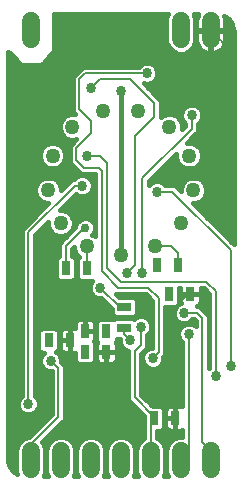
<source format=gbl>
G75*
%MOIN*%
%OFA0B0*%
%FSLAX25Y25*%
%IPPOS*%
%LPD*%
%AMOC8*
5,1,8,0,0,1.08239X$1,22.5*
%
%ADD10C,0.04961*%
%ADD11C,0.06000*%
%ADD12R,0.03150X0.04724*%
%ADD13R,0.04724X0.03150*%
%ADD14C,0.03369*%
%ADD15C,0.01600*%
%ADD16C,0.01200*%
%ADD17C,0.00800*%
%ADD18C,0.01000*%
%ADD19C,0.02975*%
D10*
X0029845Y0080360D03*
X0021114Y0088095D03*
X0016978Y0099001D03*
X0018384Y0110580D03*
X0025010Y0120180D03*
X0035338Y0125600D03*
X0047002Y0125600D03*
X0057330Y0120180D03*
X0063956Y0110580D03*
X0065362Y0099001D03*
X0061226Y0088095D03*
X0052495Y0080360D03*
X0041170Y0077569D03*
D11*
X0041170Y0012100D02*
X0041170Y0006100D01*
X0031170Y0006100D02*
X0031170Y0012100D01*
X0021170Y0012100D02*
X0021170Y0006100D01*
X0011170Y0006100D02*
X0011170Y0012100D01*
X0051170Y0012100D02*
X0051170Y0006100D01*
X0061170Y0006100D02*
X0061170Y0012100D01*
X0071170Y0012100D02*
X0071170Y0006100D01*
X0071170Y0149407D02*
X0071170Y0155407D01*
X0061170Y0155407D02*
X0061170Y0149407D01*
X0011170Y0149407D02*
X0011170Y0155407D01*
D12*
X0022757Y0073013D03*
X0029843Y0073013D03*
X0029257Y0052013D03*
X0029257Y0045213D03*
X0024143Y0049013D03*
X0017057Y0049013D03*
X0036343Y0052013D03*
X0036343Y0045213D03*
X0052257Y0023013D03*
X0059343Y0023013D03*
X0057257Y0064413D03*
X0060343Y0074013D03*
X0064343Y0064413D03*
X0053257Y0074013D03*
D13*
X0042300Y0060057D03*
X0042300Y0052970D03*
D14*
X0044300Y0049013D03*
X0047800Y0053513D03*
X0051800Y0043013D03*
X0052300Y0034013D03*
X0063800Y0051013D03*
X0062300Y0058213D03*
X0072800Y0037013D03*
X0077800Y0040513D03*
X0048300Y0071513D03*
X0043300Y0071513D03*
X0034300Y0066513D03*
X0030400Y0036613D03*
X0017800Y0042113D03*
X0016800Y0055013D03*
X0010300Y0027813D03*
X0028300Y0100513D03*
X0029800Y0110513D03*
X0031300Y0133013D03*
X0041300Y0132013D03*
X0049800Y0138013D03*
X0064800Y0124013D03*
X0053800Y0103513D03*
X0053300Y0098513D03*
D15*
X0004221Y0006926D02*
X0005269Y0005483D01*
X0006644Y0004484D01*
X0006370Y0005145D01*
X0006370Y0013055D01*
X0007101Y0014819D01*
X0008451Y0016169D01*
X0010215Y0016900D01*
X0010575Y0016900D01*
X0018100Y0024425D01*
X0018100Y0025559D01*
X0018057Y0025602D01*
X0018057Y0038629D01*
X0017107Y0038629D01*
X0015826Y0039160D01*
X0014846Y0040140D01*
X0014316Y0041420D01*
X0014316Y0042806D01*
X0014846Y0044087D01*
X0015610Y0044851D01*
X0014736Y0044851D01*
X0013682Y0045906D01*
X0013682Y0052121D01*
X0014736Y0053176D01*
X0019377Y0053176D01*
X0020431Y0052121D01*
X0020431Y0045906D01*
X0019646Y0045120D01*
X0019774Y0045067D01*
X0020754Y0044087D01*
X0021284Y0042806D01*
X0021284Y0041740D01*
X0022457Y0040568D01*
X0022457Y0027425D01*
X0022500Y0027381D01*
X0022500Y0022602D01*
X0021211Y0021313D01*
X0014978Y0015080D01*
X0015239Y0014819D01*
X0015970Y0013055D01*
X0015970Y0005145D01*
X0015418Y0003813D01*
X0016922Y0003813D01*
X0016370Y0005145D01*
X0016370Y0013055D01*
X0017101Y0014819D01*
X0018451Y0016169D01*
X0020215Y0016900D01*
X0022125Y0016900D01*
X0023889Y0016169D01*
X0025239Y0014819D01*
X0025970Y0013055D01*
X0025970Y0005145D01*
X0025418Y0003813D01*
X0026922Y0003813D01*
X0026370Y0005145D01*
X0026370Y0013055D01*
X0027101Y0014819D01*
X0028451Y0016169D01*
X0030215Y0016900D01*
X0032125Y0016900D01*
X0033889Y0016169D01*
X0035239Y0014819D01*
X0035970Y0013055D01*
X0035970Y0005145D01*
X0035418Y0003813D01*
X0036922Y0003813D01*
X0036370Y0005145D01*
X0036370Y0013055D01*
X0037101Y0014819D01*
X0038451Y0016169D01*
X0040215Y0016900D01*
X0042125Y0016900D01*
X0043889Y0016169D01*
X0045239Y0014819D01*
X0045970Y0013055D01*
X0045970Y0005145D01*
X0045418Y0003813D01*
X0046922Y0003813D01*
X0046370Y0005145D01*
X0046370Y0013055D01*
X0047101Y0014819D01*
X0048451Y0016169D01*
X0048970Y0016384D01*
X0048970Y0019817D01*
X0048882Y0019906D01*
X0048882Y0023820D01*
X0043600Y0029102D01*
X0043600Y0045532D01*
X0042326Y0046060D01*
X0041346Y0047040D01*
X0040816Y0048320D01*
X0040816Y0049386D01*
X0040607Y0049595D01*
X0039718Y0049595D01*
X0039718Y0048906D01*
X0039408Y0048595D01*
X0039595Y0048270D01*
X0039718Y0047813D01*
X0039718Y0045213D01*
X0036343Y0045213D01*
X0036343Y0045213D01*
X0036343Y0041051D01*
X0034532Y0041051D01*
X0034074Y0041174D01*
X0033663Y0041411D01*
X0033328Y0041746D01*
X0033091Y0042156D01*
X0032969Y0042614D01*
X0032969Y0045213D01*
X0036343Y0045213D01*
X0036343Y0045213D01*
X0036343Y0041051D01*
X0038155Y0041051D01*
X0038613Y0041174D01*
X0039023Y0041411D01*
X0039358Y0041746D01*
X0039595Y0042156D01*
X0039718Y0042614D01*
X0039718Y0045213D01*
X0036343Y0045213D01*
X0032968Y0045213D01*
X0032969Y0047813D01*
X0033091Y0048270D01*
X0033279Y0048595D01*
X0032969Y0048906D01*
X0032969Y0055121D01*
X0034023Y0056176D01*
X0038664Y0056176D01*
X0038843Y0055996D01*
X0039192Y0056345D01*
X0045408Y0056345D01*
X0045556Y0056197D01*
X0045826Y0056467D01*
X0047107Y0056998D01*
X0048493Y0056998D01*
X0049774Y0056467D01*
X0050754Y0055487D01*
X0051284Y0054206D01*
X0051284Y0052820D01*
X0050754Y0051540D01*
X0050000Y0050786D01*
X0050000Y0046602D01*
X0048000Y0044602D01*
X0048000Y0030925D01*
X0051749Y0027176D01*
X0054577Y0027176D01*
X0055631Y0026121D01*
X0055631Y0019906D01*
X0054577Y0018851D01*
X0053370Y0018851D01*
X0053370Y0016384D01*
X0053889Y0016169D01*
X0055239Y0014819D01*
X0055970Y0013055D01*
X0055970Y0005145D01*
X0055418Y0003813D01*
X0056922Y0003813D01*
X0056370Y0005145D01*
X0056370Y0013055D01*
X0057101Y0014819D01*
X0058451Y0016169D01*
X0060215Y0016900D01*
X0061600Y0016900D01*
X0061600Y0018970D01*
X0061155Y0018851D01*
X0059343Y0018851D01*
X0059343Y0023013D01*
X0059343Y0023013D01*
X0055969Y0023013D01*
X0055969Y0020414D01*
X0056091Y0019956D01*
X0056328Y0019546D01*
X0056663Y0019211D01*
X0057074Y0018974D01*
X0057532Y0018851D01*
X0059343Y0018851D01*
X0059343Y0023013D01*
X0059343Y0023013D01*
X0055968Y0023013D01*
X0055969Y0025613D01*
X0056091Y0026070D01*
X0056328Y0026481D01*
X0056663Y0026816D01*
X0057074Y0027053D01*
X0057532Y0027176D01*
X0059343Y0027176D01*
X0059343Y0023014D01*
X0059343Y0023014D01*
X0059343Y0027176D01*
X0061155Y0027176D01*
X0061600Y0027056D01*
X0061600Y0048286D01*
X0060846Y0049040D01*
X0060316Y0050320D01*
X0060316Y0051706D01*
X0060846Y0052987D01*
X0061826Y0053967D01*
X0063107Y0054498D01*
X0064493Y0054498D01*
X0065774Y0053967D01*
X0066100Y0053641D01*
X0066100Y0055402D01*
X0065489Y0056013D01*
X0065027Y0056013D01*
X0064274Y0055260D01*
X0062993Y0054729D01*
X0061607Y0054729D01*
X0060326Y0055260D01*
X0059346Y0056240D01*
X0058816Y0057520D01*
X0058816Y0058906D01*
X0059346Y0060187D01*
X0059410Y0060251D01*
X0056000Y0060251D01*
X0056000Y0044102D01*
X0055284Y0043386D01*
X0055284Y0042320D01*
X0054754Y0041040D01*
X0053774Y0040060D01*
X0052493Y0039529D01*
X0051107Y0039529D01*
X0049826Y0040060D01*
X0048846Y0041040D01*
X0048316Y0042320D01*
X0048316Y0043706D01*
X0048846Y0044987D01*
X0049826Y0045967D01*
X0051107Y0046498D01*
X0051600Y0046498D01*
X0051600Y0062102D01*
X0049389Y0064313D01*
X0039611Y0064313D01*
X0040493Y0063431D01*
X0045408Y0063431D01*
X0046462Y0062377D01*
X0046462Y0057736D01*
X0045408Y0056682D01*
X0039192Y0056682D01*
X0038138Y0057736D01*
X0038138Y0059564D01*
X0034673Y0063029D01*
X0033607Y0063029D01*
X0032326Y0063560D01*
X0031346Y0064540D01*
X0030816Y0065820D01*
X0030816Y0067206D01*
X0031346Y0068487D01*
X0031710Y0068851D01*
X0027523Y0068851D01*
X0026469Y0069906D01*
X0026469Y0076121D01*
X0027250Y0076902D01*
X0026216Y0077936D01*
X0025565Y0079509D01*
X0025565Y0080123D01*
X0024957Y0079515D01*
X0024957Y0077176D01*
X0025077Y0077176D01*
X0026131Y0076121D01*
X0026131Y0069906D01*
X0025077Y0068851D01*
X0020436Y0068851D01*
X0019382Y0069906D01*
X0019382Y0076121D01*
X0020436Y0077176D01*
X0020557Y0077176D01*
X0020557Y0081338D01*
X0026013Y0086794D01*
X0026013Y0087124D01*
X0026513Y0088332D01*
X0027438Y0089257D01*
X0028646Y0089757D01*
X0029954Y0089757D01*
X0031162Y0089257D01*
X0032087Y0088332D01*
X0032587Y0087124D01*
X0032587Y0085816D01*
X0032087Y0084608D01*
X0031703Y0084224D01*
X0032269Y0083989D01*
X0032600Y0083658D01*
X0032600Y0104313D01*
X0027889Y0104313D01*
X0025389Y0106813D01*
X0024100Y0108102D01*
X0024100Y0113925D01*
X0026225Y0116050D01*
X0025861Y0115899D01*
X0024158Y0115899D01*
X0022585Y0116551D01*
X0021381Y0117755D01*
X0020730Y0119328D01*
X0020730Y0121031D01*
X0021381Y0122604D01*
X0022585Y0123808D01*
X0024158Y0124460D01*
X0025742Y0124460D01*
X0025100Y0125102D01*
X0025100Y0136925D01*
X0026389Y0138213D01*
X0027100Y0138925D01*
X0028389Y0140213D01*
X0047073Y0140213D01*
X0047826Y0140967D01*
X0049107Y0141498D01*
X0050493Y0141498D01*
X0051774Y0140967D01*
X0052754Y0139987D01*
X0053284Y0138706D01*
X0053284Y0137320D01*
X0052754Y0136040D01*
X0051774Y0135060D01*
X0050493Y0134529D01*
X0049107Y0134529D01*
X0048746Y0134679D01*
X0054500Y0128925D01*
X0054500Y0123402D01*
X0054906Y0123808D01*
X0056479Y0124460D01*
X0058182Y0124460D01*
X0059755Y0123808D01*
X0060959Y0122604D01*
X0061611Y0121031D01*
X0061611Y0119435D01*
X0062600Y0120425D01*
X0062600Y0121286D01*
X0061846Y0122040D01*
X0061316Y0123320D01*
X0061316Y0124706D01*
X0061846Y0125987D01*
X0062826Y0126967D01*
X0064107Y0127498D01*
X0065493Y0127498D01*
X0066774Y0126967D01*
X0067754Y0125987D01*
X0068284Y0124706D01*
X0068284Y0123320D01*
X0067754Y0122040D01*
X0067000Y0121286D01*
X0067000Y0118602D01*
X0065711Y0117313D01*
X0063258Y0114861D01*
X0064808Y0114861D01*
X0066381Y0114209D01*
X0067585Y0113005D01*
X0068237Y0111432D01*
X0068237Y0109729D01*
X0067585Y0108156D01*
X0066381Y0106952D01*
X0064808Y0106300D01*
X0063105Y0106300D01*
X0061532Y0106952D01*
X0060328Y0108156D01*
X0059676Y0109729D01*
X0059676Y0111278D01*
X0050500Y0102102D01*
X0050500Y0100641D01*
X0051326Y0101467D01*
X0052607Y0101998D01*
X0053993Y0101998D01*
X0055274Y0101467D01*
X0056027Y0100713D01*
X0059211Y0100713D01*
X0060500Y0099425D01*
X0061082Y0098843D01*
X0061082Y0099853D01*
X0061734Y0101426D01*
X0062938Y0102630D01*
X0064511Y0103281D01*
X0066214Y0103281D01*
X0067787Y0102630D01*
X0068991Y0101426D01*
X0069643Y0099853D01*
X0069643Y0098150D01*
X0068991Y0096577D01*
X0067787Y0095373D01*
X0066214Y0094721D01*
X0065204Y0094721D01*
X0078740Y0081184D01*
X0078740Y0151994D01*
X0078670Y0152885D01*
X0078119Y0154581D01*
X0077071Y0156024D01*
X0075691Y0157027D01*
X0075852Y0156531D01*
X0075970Y0155785D01*
X0075970Y0152607D01*
X0071370Y0152607D01*
X0071370Y0152207D01*
X0071370Y0144607D01*
X0071548Y0144607D01*
X0072294Y0144725D01*
X0073013Y0144959D01*
X0073686Y0145302D01*
X0074297Y0145746D01*
X0074831Y0146280D01*
X0075275Y0146891D01*
X0075618Y0147565D01*
X0075852Y0148283D01*
X0075970Y0149029D01*
X0075970Y0152207D01*
X0071370Y0152207D01*
X0070970Y0152207D01*
X0070970Y0144607D01*
X0070792Y0144607D01*
X0070046Y0144725D01*
X0069328Y0144959D01*
X0068654Y0145302D01*
X0068043Y0145746D01*
X0067509Y0146280D01*
X0067065Y0146891D01*
X0066722Y0147565D01*
X0066488Y0148283D01*
X0066370Y0149029D01*
X0066370Y0152207D01*
X0070970Y0152207D01*
X0070970Y0152607D01*
X0066370Y0152607D01*
X0066370Y0155785D01*
X0066488Y0156531D01*
X0066722Y0157250D01*
X0066948Y0157694D01*
X0065418Y0157694D01*
X0065970Y0156362D01*
X0065970Y0148452D01*
X0065239Y0146688D01*
X0063889Y0145338D01*
X0062125Y0144607D01*
X0060215Y0144607D01*
X0058451Y0145338D01*
X0057101Y0146688D01*
X0056370Y0148452D01*
X0056370Y0156362D01*
X0056922Y0157694D01*
X0019000Y0157694D01*
X0019000Y0157170D01*
X0019107Y0156422D01*
X0019000Y0156280D01*
X0019000Y0146598D01*
X0019063Y0145774D01*
X0019000Y0145700D01*
X0019000Y0145602D01*
X0018415Y0145017D01*
X0016000Y0142200D01*
X0016000Y0142102D01*
X0015415Y0141517D01*
X0014877Y0140890D01*
X0014780Y0140882D01*
X0014711Y0140813D01*
X0013885Y0140813D01*
X0013060Y0140750D01*
X0012986Y0140813D01*
X0007889Y0140813D01*
X0004389Y0144313D01*
X0003600Y0145102D01*
X0003600Y0009513D01*
X0003670Y0008622D01*
X0004221Y0006926D01*
X0004306Y0006809D02*
X0006370Y0006809D01*
X0006370Y0008407D02*
X0003740Y0008407D01*
X0003600Y0010006D02*
X0006370Y0010006D01*
X0006370Y0011604D02*
X0003600Y0011604D01*
X0003600Y0013203D02*
X0006431Y0013203D01*
X0007094Y0014801D02*
X0003600Y0014801D01*
X0003600Y0016400D02*
X0009008Y0016400D01*
X0011674Y0017998D02*
X0003600Y0017998D01*
X0003600Y0019597D02*
X0013272Y0019597D01*
X0014871Y0021196D02*
X0003600Y0021196D01*
X0003600Y0022794D02*
X0016469Y0022794D01*
X0018068Y0024393D02*
X0011146Y0024393D01*
X0010993Y0024329D02*
X0012274Y0024860D01*
X0013254Y0025840D01*
X0013784Y0027120D01*
X0013784Y0028506D01*
X0013254Y0029787D01*
X0012500Y0030541D01*
X0012500Y0084102D01*
X0016834Y0088436D01*
X0016834Y0087243D01*
X0017485Y0085670D01*
X0018690Y0084466D01*
X0020263Y0083815D01*
X0021966Y0083815D01*
X0023539Y0084466D01*
X0024743Y0085670D01*
X0025394Y0087243D01*
X0025394Y0088946D01*
X0024743Y0090519D01*
X0023539Y0091724D01*
X0021966Y0092375D01*
X0020773Y0092375D01*
X0026142Y0097744D01*
X0026326Y0097560D01*
X0027607Y0097029D01*
X0028993Y0097029D01*
X0030274Y0097560D01*
X0031254Y0098540D01*
X0031784Y0099820D01*
X0031784Y0101206D01*
X0031254Y0102487D01*
X0030274Y0103467D01*
X0028993Y0103998D01*
X0027607Y0103998D01*
X0026326Y0103467D01*
X0025573Y0102713D01*
X0024889Y0102713D01*
X0023600Y0101425D01*
X0021258Y0099083D01*
X0021258Y0099853D01*
X0020607Y0101426D01*
X0019403Y0102630D01*
X0017829Y0103281D01*
X0016127Y0103281D01*
X0014553Y0102630D01*
X0013349Y0101426D01*
X0012698Y0099853D01*
X0012698Y0098150D01*
X0013349Y0096577D01*
X0014553Y0095373D01*
X0016127Y0094721D01*
X0016896Y0094721D01*
X0008100Y0085925D01*
X0008100Y0030541D01*
X0007346Y0029787D01*
X0006816Y0028506D01*
X0006816Y0027120D01*
X0007346Y0025840D01*
X0008326Y0024860D01*
X0009607Y0024329D01*
X0010993Y0024329D01*
X0009454Y0024393D02*
X0003600Y0024393D01*
X0003600Y0025991D02*
X0007283Y0025991D01*
X0006816Y0027590D02*
X0003600Y0027590D01*
X0003600Y0029188D02*
X0007098Y0029188D01*
X0008100Y0030787D02*
X0003600Y0030787D01*
X0003600Y0032385D02*
X0008100Y0032385D01*
X0008100Y0033984D02*
X0003600Y0033984D01*
X0003600Y0035582D02*
X0008100Y0035582D01*
X0008100Y0037181D02*
X0003600Y0037181D01*
X0003600Y0038779D02*
X0008100Y0038779D01*
X0008100Y0040378D02*
X0003600Y0040378D01*
X0003600Y0041976D02*
X0008100Y0041976D01*
X0008100Y0043575D02*
X0003600Y0043575D01*
X0003600Y0045173D02*
X0008100Y0045173D01*
X0008100Y0046772D02*
X0003600Y0046772D01*
X0003600Y0048370D02*
X0008100Y0048370D01*
X0008100Y0049969D02*
X0003600Y0049969D01*
X0003600Y0051567D02*
X0008100Y0051567D01*
X0008100Y0053166D02*
X0003600Y0053166D01*
X0003600Y0054764D02*
X0008100Y0054764D01*
X0008100Y0056363D02*
X0003600Y0056363D01*
X0003600Y0057961D02*
X0008100Y0057961D01*
X0008100Y0059560D02*
X0003600Y0059560D01*
X0003600Y0061158D02*
X0008100Y0061158D01*
X0008100Y0062757D02*
X0003600Y0062757D01*
X0003600Y0064355D02*
X0008100Y0064355D01*
X0008100Y0065954D02*
X0003600Y0065954D01*
X0003600Y0067552D02*
X0008100Y0067552D01*
X0008100Y0069151D02*
X0003600Y0069151D01*
X0003600Y0070749D02*
X0008100Y0070749D01*
X0008100Y0072348D02*
X0003600Y0072348D01*
X0003600Y0073946D02*
X0008100Y0073946D01*
X0008100Y0075545D02*
X0003600Y0075545D01*
X0003600Y0077143D02*
X0008100Y0077143D01*
X0008100Y0078742D02*
X0003600Y0078742D01*
X0003600Y0080340D02*
X0008100Y0080340D01*
X0008100Y0081939D02*
X0003600Y0081939D01*
X0003600Y0083537D02*
X0008100Y0083537D01*
X0008100Y0085136D02*
X0003600Y0085136D01*
X0003600Y0086734D02*
X0008910Y0086734D01*
X0010508Y0088333D02*
X0003600Y0088333D01*
X0003600Y0089932D02*
X0012107Y0089932D01*
X0013705Y0091530D02*
X0003600Y0091530D01*
X0003600Y0093129D02*
X0015304Y0093129D01*
X0016112Y0094727D02*
X0003600Y0094727D01*
X0003600Y0096326D02*
X0013600Y0096326D01*
X0012791Y0097924D02*
X0003600Y0097924D01*
X0003600Y0099523D02*
X0012698Y0099523D01*
X0013223Y0101121D02*
X0003600Y0101121D01*
X0003600Y0102720D02*
X0014770Y0102720D01*
X0015959Y0106952D02*
X0014755Y0108156D01*
X0014104Y0109729D01*
X0014104Y0111432D01*
X0014755Y0113005D01*
X0015959Y0114209D01*
X0017532Y0114861D01*
X0019235Y0114861D01*
X0020808Y0114209D01*
X0022013Y0113005D01*
X0022664Y0111432D01*
X0022664Y0109729D01*
X0022013Y0108156D01*
X0020808Y0106952D01*
X0019235Y0106300D01*
X0017532Y0106300D01*
X0015959Y0106952D01*
X0015396Y0107515D02*
X0003600Y0107515D01*
X0003600Y0105917D02*
X0026285Y0105917D01*
X0024687Y0107515D02*
X0021372Y0107515D01*
X0022409Y0109114D02*
X0024100Y0109114D01*
X0024100Y0110712D02*
X0022664Y0110712D01*
X0022300Y0112311D02*
X0024100Y0112311D01*
X0024100Y0113909D02*
X0021108Y0113909D01*
X0022030Y0117106D02*
X0003600Y0117106D01*
X0003600Y0115508D02*
X0025683Y0115508D01*
X0020988Y0118705D02*
X0003600Y0118705D01*
X0003600Y0120303D02*
X0020730Y0120303D01*
X0021090Y0121902D02*
X0003600Y0121902D01*
X0003600Y0123500D02*
X0022277Y0123500D01*
X0025103Y0125099D02*
X0003600Y0125099D01*
X0003600Y0126697D02*
X0025100Y0126697D01*
X0025100Y0128296D02*
X0003600Y0128296D01*
X0003600Y0129894D02*
X0025100Y0129894D01*
X0025100Y0131493D02*
X0003600Y0131493D01*
X0003600Y0133091D02*
X0025100Y0133091D01*
X0025100Y0134690D02*
X0003600Y0134690D01*
X0003600Y0136288D02*
X0025100Y0136288D01*
X0026062Y0137887D02*
X0003600Y0137887D01*
X0003600Y0139485D02*
X0027661Y0139485D01*
X0019055Y0145879D02*
X0057910Y0145879D01*
X0056774Y0147478D02*
X0019000Y0147478D01*
X0019000Y0149076D02*
X0056370Y0149076D01*
X0056370Y0150675D02*
X0019000Y0150675D01*
X0019000Y0152273D02*
X0056370Y0152273D01*
X0056370Y0153872D02*
X0019000Y0153872D01*
X0019000Y0155470D02*
X0056370Y0155470D01*
X0056663Y0157069D02*
X0019014Y0157069D01*
X0017784Y0144281D02*
X0078740Y0144281D01*
X0078740Y0145879D02*
X0074431Y0145879D01*
X0075574Y0147478D02*
X0078740Y0147478D01*
X0078740Y0149076D02*
X0075970Y0149076D01*
X0075970Y0150675D02*
X0078740Y0150675D01*
X0078718Y0152273D02*
X0071370Y0152273D01*
X0070970Y0152273D02*
X0065970Y0152273D01*
X0065970Y0150675D02*
X0066370Y0150675D01*
X0066370Y0149076D02*
X0065970Y0149076D01*
X0065566Y0147478D02*
X0066766Y0147478D01*
X0067910Y0145879D02*
X0064431Y0145879D01*
X0065970Y0153872D02*
X0066370Y0153872D01*
X0066370Y0155470D02*
X0065970Y0155470D01*
X0065677Y0157069D02*
X0066663Y0157069D01*
X0070970Y0150675D02*
X0071370Y0150675D01*
X0071370Y0149076D02*
X0070970Y0149076D01*
X0070970Y0147478D02*
X0071370Y0147478D01*
X0071370Y0145879D02*
X0070970Y0145879D01*
X0075970Y0153872D02*
X0078349Y0153872D01*
X0077473Y0155470D02*
X0075970Y0155470D01*
X0078740Y0142682D02*
X0016414Y0142682D01*
X0015044Y0141084D02*
X0048108Y0141084D01*
X0051492Y0141084D02*
X0078740Y0141084D01*
X0078740Y0139485D02*
X0052962Y0139485D01*
X0053284Y0137887D02*
X0078740Y0137887D01*
X0078740Y0136288D02*
X0052857Y0136288D01*
X0050881Y0134690D02*
X0078740Y0134690D01*
X0078740Y0133091D02*
X0050333Y0133091D01*
X0051932Y0131493D02*
X0078740Y0131493D01*
X0078740Y0129894D02*
X0053530Y0129894D01*
X0054500Y0128296D02*
X0078740Y0128296D01*
X0078740Y0126697D02*
X0067044Y0126697D01*
X0068122Y0125099D02*
X0078740Y0125099D01*
X0078740Y0123500D02*
X0068284Y0123500D01*
X0067616Y0121902D02*
X0078740Y0121902D01*
X0078740Y0120303D02*
X0067000Y0120303D01*
X0067000Y0118705D02*
X0078740Y0118705D01*
X0078740Y0117106D02*
X0065504Y0117106D01*
X0063906Y0115508D02*
X0078740Y0115508D01*
X0078740Y0113909D02*
X0066681Y0113909D01*
X0067873Y0112311D02*
X0078740Y0112311D01*
X0078740Y0110712D02*
X0068237Y0110712D01*
X0067982Y0109114D02*
X0078740Y0109114D01*
X0078740Y0107515D02*
X0066944Y0107515D01*
X0067570Y0102720D02*
X0078740Y0102720D01*
X0078740Y0104318D02*
X0052716Y0104318D01*
X0051117Y0102720D02*
X0063154Y0102720D01*
X0061607Y0101121D02*
X0055620Y0101121D01*
X0054314Y0105917D02*
X0078740Y0105917D01*
X0078740Y0101121D02*
X0069117Y0101121D01*
X0069643Y0099523D02*
X0078740Y0099523D01*
X0078740Y0097924D02*
X0069549Y0097924D01*
X0068740Y0096326D02*
X0078740Y0096326D01*
X0078740Y0094727D02*
X0066229Y0094727D01*
X0066796Y0093129D02*
X0078740Y0093129D01*
X0078740Y0091530D02*
X0068395Y0091530D01*
X0069993Y0089932D02*
X0078740Y0089932D01*
X0078740Y0088333D02*
X0071592Y0088333D01*
X0073190Y0086734D02*
X0078740Y0086734D01*
X0078740Y0085136D02*
X0074789Y0085136D01*
X0076387Y0083537D02*
X0078740Y0083537D01*
X0078740Y0081939D02*
X0077986Y0081939D01*
X0068789Y0066313D02*
X0070600Y0064502D01*
X0070600Y0039741D01*
X0070500Y0039641D01*
X0070500Y0057225D01*
X0069211Y0058513D01*
X0067311Y0060413D01*
X0066681Y0060413D01*
X0067023Y0060611D01*
X0067358Y0060946D01*
X0067595Y0061356D01*
X0067718Y0061814D01*
X0067718Y0064413D01*
X0064343Y0064413D01*
X0060969Y0064413D01*
X0060969Y0061814D01*
X0061060Y0061471D01*
X0060611Y0061285D01*
X0060631Y0061306D01*
X0060631Y0066313D01*
X0060969Y0066313D01*
X0060968Y0064413D01*
X0064343Y0064413D01*
X0064343Y0064413D01*
X0064343Y0064413D01*
X0067718Y0064413D01*
X0067718Y0066313D01*
X0068789Y0066313D01*
X0069148Y0065954D02*
X0067718Y0065954D01*
X0067718Y0064355D02*
X0070600Y0064355D01*
X0070600Y0062757D02*
X0067718Y0062757D01*
X0067481Y0061158D02*
X0070600Y0061158D01*
X0070600Y0059560D02*
X0068165Y0059560D01*
X0069763Y0057961D02*
X0070600Y0057961D01*
X0070600Y0056363D02*
X0070500Y0056363D01*
X0070500Y0054764D02*
X0070600Y0054764D01*
X0070600Y0053166D02*
X0070500Y0053166D01*
X0070500Y0051567D02*
X0070600Y0051567D01*
X0070600Y0049969D02*
X0070500Y0049969D01*
X0070500Y0048370D02*
X0070600Y0048370D01*
X0070600Y0046772D02*
X0070500Y0046772D01*
X0070500Y0045173D02*
X0070600Y0045173D01*
X0070600Y0043575D02*
X0070500Y0043575D01*
X0070500Y0041976D02*
X0070600Y0041976D01*
X0070600Y0040378D02*
X0070500Y0040378D01*
X0066100Y0054764D02*
X0063078Y0054764D01*
X0061522Y0054764D02*
X0056000Y0054764D01*
X0056000Y0053166D02*
X0061025Y0053166D01*
X0060316Y0051567D02*
X0056000Y0051567D01*
X0056000Y0049969D02*
X0060461Y0049969D01*
X0061516Y0048370D02*
X0056000Y0048370D01*
X0056000Y0046772D02*
X0061600Y0046772D01*
X0061600Y0045173D02*
X0056000Y0045173D01*
X0055473Y0043575D02*
X0061600Y0043575D01*
X0061600Y0041976D02*
X0055142Y0041976D01*
X0054092Y0040378D02*
X0061600Y0040378D01*
X0061600Y0038779D02*
X0048000Y0038779D01*
X0048000Y0037181D02*
X0061600Y0037181D01*
X0061600Y0035582D02*
X0048000Y0035582D01*
X0048000Y0033984D02*
X0061600Y0033984D01*
X0061600Y0032385D02*
X0048000Y0032385D01*
X0048138Y0030787D02*
X0061600Y0030787D01*
X0061600Y0029188D02*
X0049737Y0029188D01*
X0051335Y0027590D02*
X0061600Y0027590D01*
X0059343Y0025991D02*
X0059343Y0025991D01*
X0059343Y0024393D02*
X0059343Y0024393D01*
X0059343Y0022794D02*
X0059343Y0022794D01*
X0059343Y0021196D02*
X0059343Y0021196D01*
X0059343Y0019597D02*
X0059343Y0019597D01*
X0059008Y0016400D02*
X0053370Y0016400D01*
X0053370Y0017998D02*
X0061600Y0017998D01*
X0057094Y0014801D02*
X0055247Y0014801D01*
X0055909Y0013203D02*
X0056431Y0013203D01*
X0056370Y0011604D02*
X0055970Y0011604D01*
X0055970Y0010006D02*
X0056370Y0010006D01*
X0056370Y0008407D02*
X0055970Y0008407D01*
X0055970Y0006809D02*
X0056370Y0006809D01*
X0056370Y0005210D02*
X0055970Y0005210D01*
X0048970Y0016400D02*
X0043332Y0016400D01*
X0045247Y0014801D02*
X0047094Y0014801D01*
X0046431Y0013203D02*
X0045909Y0013203D01*
X0045970Y0011604D02*
X0046370Y0011604D01*
X0046370Y0010006D02*
X0045970Y0010006D01*
X0045970Y0008407D02*
X0046370Y0008407D01*
X0046370Y0006809D02*
X0045970Y0006809D01*
X0045970Y0005210D02*
X0046370Y0005210D01*
X0048970Y0017998D02*
X0017896Y0017998D01*
X0019008Y0016400D02*
X0016298Y0016400D01*
X0017094Y0014801D02*
X0015247Y0014801D01*
X0015909Y0013203D02*
X0016431Y0013203D01*
X0016370Y0011604D02*
X0015970Y0011604D01*
X0015970Y0010006D02*
X0016370Y0010006D01*
X0016370Y0008407D02*
X0015970Y0008407D01*
X0015970Y0006809D02*
X0016370Y0006809D01*
X0016370Y0005210D02*
X0015970Y0005210D01*
X0023332Y0016400D02*
X0029008Y0016400D01*
X0027094Y0014801D02*
X0025247Y0014801D01*
X0025909Y0013203D02*
X0026431Y0013203D01*
X0026370Y0011604D02*
X0025970Y0011604D01*
X0025970Y0010006D02*
X0026370Y0010006D01*
X0026370Y0008407D02*
X0025970Y0008407D01*
X0025970Y0006809D02*
X0026370Y0006809D01*
X0026370Y0005210D02*
X0025970Y0005210D01*
X0033332Y0016400D02*
X0039008Y0016400D01*
X0037094Y0014801D02*
X0035247Y0014801D01*
X0035909Y0013203D02*
X0036431Y0013203D01*
X0036370Y0011604D02*
X0035970Y0011604D01*
X0035970Y0010006D02*
X0036370Y0010006D01*
X0036370Y0008407D02*
X0035970Y0008407D01*
X0035970Y0006809D02*
X0036370Y0006809D01*
X0036370Y0005210D02*
X0035970Y0005210D01*
X0046711Y0025991D02*
X0022500Y0025991D01*
X0022500Y0024393D02*
X0048310Y0024393D01*
X0048882Y0022794D02*
X0022500Y0022794D01*
X0021093Y0021196D02*
X0048882Y0021196D01*
X0048970Y0019597D02*
X0019495Y0019597D01*
X0018057Y0025991D02*
X0013316Y0025991D01*
X0013784Y0027590D02*
X0018057Y0027590D01*
X0018057Y0029188D02*
X0013502Y0029188D01*
X0012500Y0030787D02*
X0018057Y0030787D01*
X0018057Y0032385D02*
X0012500Y0032385D01*
X0012500Y0033984D02*
X0018057Y0033984D01*
X0018057Y0035582D02*
X0012500Y0035582D01*
X0012500Y0037181D02*
X0018057Y0037181D01*
X0016745Y0038779D02*
X0012500Y0038779D01*
X0012500Y0040378D02*
X0014748Y0040378D01*
X0014316Y0041976D02*
X0012500Y0041976D01*
X0012500Y0043575D02*
X0014634Y0043575D01*
X0014414Y0045173D02*
X0012500Y0045173D01*
X0012500Y0046772D02*
X0013682Y0046772D01*
X0013682Y0048370D02*
X0012500Y0048370D01*
X0012500Y0049969D02*
X0013682Y0049969D01*
X0013682Y0051567D02*
X0012500Y0051567D01*
X0012500Y0053166D02*
X0014726Y0053166D01*
X0012500Y0054764D02*
X0025923Y0054764D01*
X0025882Y0054613D02*
X0025882Y0053176D01*
X0024143Y0053176D01*
X0022332Y0053176D01*
X0021874Y0053053D01*
X0021463Y0052816D01*
X0021128Y0052481D01*
X0020891Y0052070D01*
X0020769Y0051613D01*
X0020768Y0049013D01*
X0020769Y0049013D02*
X0020769Y0046414D01*
X0020891Y0045956D01*
X0021128Y0045546D01*
X0021463Y0045211D01*
X0021874Y0044974D01*
X0022332Y0044851D01*
X0024143Y0044851D01*
X0024143Y0049013D01*
X0024143Y0049013D01*
X0020769Y0049013D01*
X0020768Y0049013D02*
X0024143Y0049013D01*
X0024143Y0049013D01*
X0024143Y0044851D01*
X0025882Y0044851D01*
X0025882Y0042106D01*
X0026936Y0041051D01*
X0031577Y0041051D01*
X0032631Y0042106D01*
X0032631Y0048321D01*
X0032321Y0048631D01*
X0032509Y0048956D01*
X0032631Y0049414D01*
X0032631Y0052013D01*
X0029257Y0052013D01*
X0029257Y0052013D01*
X0032631Y0052013D01*
X0032631Y0054613D01*
X0032509Y0055070D01*
X0032272Y0055481D01*
X0031937Y0055816D01*
X0031526Y0056053D01*
X0031068Y0056176D01*
X0029257Y0056176D01*
X0029257Y0052014D01*
X0029257Y0052014D01*
X0029257Y0056176D01*
X0027445Y0056176D01*
X0026987Y0056053D01*
X0026577Y0055816D01*
X0026242Y0055481D01*
X0026005Y0055070D01*
X0025882Y0054613D01*
X0024143Y0053176D02*
X0024143Y0049014D01*
X0024143Y0053176D01*
X0024143Y0053166D02*
X0024143Y0053166D01*
X0024143Y0051567D02*
X0024143Y0051567D01*
X0024143Y0049969D02*
X0024143Y0049969D01*
X0024143Y0049014D02*
X0024143Y0049014D01*
X0024143Y0048370D02*
X0024143Y0048370D01*
X0024143Y0046772D02*
X0024143Y0046772D01*
X0024143Y0045173D02*
X0024143Y0045173D01*
X0025882Y0043575D02*
X0020966Y0043575D01*
X0021284Y0041976D02*
X0026011Y0041976D01*
X0022457Y0040378D02*
X0043600Y0040378D01*
X0043600Y0041976D02*
X0039491Y0041976D01*
X0039718Y0043575D02*
X0043600Y0043575D01*
X0043600Y0045173D02*
X0039718Y0045173D01*
X0039718Y0046772D02*
X0041614Y0046772D01*
X0040816Y0048370D02*
X0039538Y0048370D01*
X0036343Y0045213D02*
X0036343Y0045213D01*
X0036343Y0045173D02*
X0036343Y0045173D01*
X0036343Y0043575D02*
X0036343Y0043575D01*
X0036343Y0041976D02*
X0036343Y0041976D01*
X0033195Y0041976D02*
X0032502Y0041976D01*
X0032631Y0043575D02*
X0032969Y0043575D01*
X0032969Y0045173D02*
X0032631Y0045173D01*
X0032631Y0046772D02*
X0032969Y0046772D01*
X0033149Y0048370D02*
X0032582Y0048370D01*
X0032631Y0049969D02*
X0032969Y0049969D01*
X0032969Y0051567D02*
X0032631Y0051567D01*
X0032631Y0053166D02*
X0032969Y0053166D01*
X0032969Y0054764D02*
X0032591Y0054764D01*
X0029257Y0054764D02*
X0029257Y0054764D01*
X0029257Y0053166D02*
X0029257Y0053166D01*
X0034945Y0062757D02*
X0012500Y0062757D01*
X0012500Y0064355D02*
X0031531Y0064355D01*
X0030816Y0065954D02*
X0012500Y0065954D01*
X0012500Y0067552D02*
X0030959Y0067552D01*
X0027223Y0069151D02*
X0025377Y0069151D01*
X0026131Y0070749D02*
X0026469Y0070749D01*
X0026469Y0072348D02*
X0026131Y0072348D01*
X0026131Y0073946D02*
X0026469Y0073946D01*
X0026469Y0075545D02*
X0026131Y0075545D01*
X0027008Y0077143D02*
X0025109Y0077143D01*
X0024957Y0078742D02*
X0025882Y0078742D01*
X0022756Y0083537D02*
X0012500Y0083537D01*
X0012500Y0081939D02*
X0021158Y0081939D01*
X0020557Y0080340D02*
X0012500Y0080340D01*
X0012500Y0078742D02*
X0020557Y0078742D01*
X0020404Y0077143D02*
X0012500Y0077143D01*
X0012500Y0075545D02*
X0019382Y0075545D01*
X0019382Y0073946D02*
X0012500Y0073946D01*
X0012500Y0072348D02*
X0019382Y0072348D01*
X0019382Y0070749D02*
X0012500Y0070749D01*
X0012500Y0069151D02*
X0020137Y0069151D01*
X0012500Y0061158D02*
X0036544Y0061158D01*
X0038138Y0059560D02*
X0012500Y0059560D01*
X0012500Y0057961D02*
X0038138Y0057961D01*
X0045722Y0056363D02*
X0012500Y0056363D01*
X0019387Y0053166D02*
X0022295Y0053166D01*
X0020769Y0051567D02*
X0020431Y0051567D01*
X0020431Y0049969D02*
X0020769Y0049969D01*
X0020769Y0048370D02*
X0020431Y0048370D01*
X0020431Y0046772D02*
X0020769Y0046772D01*
X0021528Y0045173D02*
X0019699Y0045173D01*
X0022457Y0038779D02*
X0043600Y0038779D01*
X0043600Y0037181D02*
X0022457Y0037181D01*
X0022457Y0035582D02*
X0043600Y0035582D01*
X0043600Y0033984D02*
X0022457Y0033984D01*
X0022457Y0032385D02*
X0043600Y0032385D01*
X0043600Y0030787D02*
X0022457Y0030787D01*
X0022457Y0029188D02*
X0043600Y0029188D01*
X0045113Y0027590D02*
X0022457Y0027590D01*
X0006370Y0005210D02*
X0005645Y0005210D01*
X0041300Y0077699D02*
X0041300Y0132013D01*
X0054500Y0126697D02*
X0062556Y0126697D01*
X0061478Y0125099D02*
X0054500Y0125099D01*
X0054500Y0123500D02*
X0054598Y0123500D01*
X0060063Y0123500D02*
X0061316Y0123500D01*
X0061250Y0121902D02*
X0061984Y0121902D01*
X0061611Y0120303D02*
X0062479Y0120303D01*
X0059676Y0110712D02*
X0059110Y0110712D01*
X0059931Y0109114D02*
X0057512Y0109114D01*
X0055913Y0107515D02*
X0060968Y0107515D01*
X0061082Y0099523D02*
X0060402Y0099523D01*
X0050980Y0101121D02*
X0050500Y0101121D01*
X0032600Y0101121D02*
X0031784Y0101121D01*
X0031661Y0099523D02*
X0032600Y0099523D01*
X0032600Y0097924D02*
X0030638Y0097924D01*
X0032600Y0096326D02*
X0024723Y0096326D01*
X0023125Y0094727D02*
X0032600Y0094727D01*
X0032600Y0093129D02*
X0021526Y0093129D01*
X0023732Y0091530D02*
X0032600Y0091530D01*
X0032600Y0089932D02*
X0024986Y0089932D01*
X0025394Y0088333D02*
X0026514Y0088333D01*
X0025953Y0086734D02*
X0025184Y0086734D01*
X0024355Y0085136D02*
X0024209Y0085136D01*
X0018020Y0085136D02*
X0013534Y0085136D01*
X0015132Y0086734D02*
X0017045Y0086734D01*
X0016834Y0088333D02*
X0016731Y0088333D01*
X0021258Y0099523D02*
X0021698Y0099523D01*
X0020733Y0101121D02*
X0023296Y0101121D01*
X0025579Y0102720D02*
X0019186Y0102720D01*
X0014358Y0109114D02*
X0003600Y0109114D01*
X0003600Y0110712D02*
X0014104Y0110712D01*
X0014468Y0112311D02*
X0003600Y0112311D01*
X0003600Y0113909D02*
X0015659Y0113909D01*
X0003600Y0104318D02*
X0027884Y0104318D01*
X0031021Y0102720D02*
X0032600Y0102720D01*
X0032600Y0088333D02*
X0032086Y0088333D01*
X0032587Y0086734D02*
X0032600Y0086734D01*
X0032600Y0085136D02*
X0032306Y0085136D01*
X0046082Y0062757D02*
X0050945Y0062757D01*
X0051600Y0061158D02*
X0046462Y0061158D01*
X0046462Y0059560D02*
X0051600Y0059560D01*
X0051600Y0057961D02*
X0046462Y0057961D01*
X0049878Y0056363D02*
X0051600Y0056363D01*
X0051600Y0054764D02*
X0051053Y0054764D01*
X0051284Y0053166D02*
X0051600Y0053166D01*
X0051600Y0051567D02*
X0050765Y0051567D01*
X0050000Y0049969D02*
X0051600Y0049969D01*
X0051600Y0048370D02*
X0050000Y0048370D01*
X0050000Y0046772D02*
X0051600Y0046772D01*
X0049032Y0045173D02*
X0048571Y0045173D01*
X0048316Y0043575D02*
X0048000Y0043575D01*
X0048000Y0041976D02*
X0048458Y0041976D01*
X0048000Y0040378D02*
X0049508Y0040378D01*
X0055631Y0025991D02*
X0056070Y0025991D01*
X0055969Y0024393D02*
X0055631Y0024393D01*
X0055631Y0022794D02*
X0055969Y0022794D01*
X0055969Y0021196D02*
X0055631Y0021196D01*
X0055323Y0019597D02*
X0056299Y0019597D01*
X0056000Y0056363D02*
X0059295Y0056363D01*
X0058816Y0057961D02*
X0056000Y0057961D01*
X0056000Y0059560D02*
X0059086Y0059560D01*
X0060631Y0062757D02*
X0060969Y0062757D01*
X0060969Y0064355D02*
X0060631Y0064355D01*
X0060631Y0065954D02*
X0060969Y0065954D01*
X0007618Y0141084D02*
X0003600Y0141084D01*
X0003600Y0142682D02*
X0006020Y0142682D01*
X0004421Y0144281D02*
X0003600Y0144281D01*
D16*
X0041300Y0077699D02*
X0041170Y0077569D01*
D17*
X0045800Y0074013D02*
X0043300Y0071513D01*
X0045800Y0074013D02*
X0045800Y0117013D01*
X0052300Y0123513D01*
X0052300Y0128013D01*
X0044300Y0136013D01*
X0034300Y0136013D01*
X0031300Y0133013D01*
X0027300Y0136013D02*
X0029300Y0138013D01*
X0049800Y0138013D01*
X0064800Y0124013D02*
X0064800Y0119513D01*
X0048300Y0103013D01*
X0048300Y0071513D01*
X0050300Y0066513D02*
X0040300Y0066513D01*
X0034800Y0072013D01*
X0034800Y0105513D01*
X0033800Y0106513D01*
X0028800Y0106513D01*
X0026300Y0109013D01*
X0026300Y0113013D01*
X0031300Y0118013D01*
X0031300Y0122013D01*
X0027300Y0126013D01*
X0027300Y0136013D01*
X0029800Y0110513D02*
X0034300Y0110513D01*
X0036550Y0108263D01*
X0036550Y0073263D01*
X0041300Y0068513D01*
X0069700Y0068513D01*
X0072800Y0065413D01*
X0072800Y0037013D01*
X0077800Y0040513D02*
X0077800Y0079013D01*
X0058300Y0098513D01*
X0053300Y0098513D01*
X0052495Y0080360D02*
X0057953Y0080360D01*
X0060300Y0078013D01*
X0060300Y0074057D01*
X0060343Y0074013D01*
X0063600Y0064413D02*
X0057600Y0058413D01*
X0057600Y0038413D01*
X0053200Y0034013D01*
X0052300Y0034013D01*
X0051800Y0043013D02*
X0053800Y0045013D01*
X0053800Y0063013D01*
X0050300Y0066513D01*
X0047800Y0053513D02*
X0047800Y0047513D01*
X0045800Y0045513D01*
X0045800Y0030013D01*
X0052257Y0023557D01*
X0052257Y0023013D01*
X0051170Y0021927D01*
X0051170Y0009100D01*
X0061170Y0009100D02*
X0061170Y0010600D01*
X0063800Y0013230D01*
X0063800Y0014513D01*
X0063800Y0051013D01*
X0068300Y0056313D02*
X0066400Y0058213D01*
X0062300Y0058213D01*
X0063600Y0064413D02*
X0064343Y0064413D01*
X0068300Y0056313D02*
X0068300Y0015013D01*
X0071170Y0012143D01*
X0071170Y0009100D01*
X0044300Y0049013D02*
X0042300Y0051013D01*
X0042300Y0052970D01*
X0042300Y0060057D02*
X0040757Y0060057D01*
X0034300Y0066513D01*
X0029843Y0073013D02*
X0029843Y0080359D01*
X0029845Y0080360D01*
X0029300Y0086470D02*
X0028800Y0086470D01*
X0022757Y0080427D01*
X0022757Y0073013D01*
X0016800Y0055013D02*
X0013800Y0052013D01*
X0013800Y0024413D01*
X0004600Y0024413D01*
X0010300Y0027813D02*
X0010300Y0085013D01*
X0025800Y0100513D01*
X0028300Y0100513D01*
X0017800Y0042113D02*
X0020257Y0039657D01*
X0020257Y0026513D01*
X0020300Y0026470D01*
X0020300Y0023513D01*
X0011170Y0014383D01*
X0011170Y0009100D01*
X0077300Y0103513D02*
X0077300Y0146277D01*
X0071170Y0152407D01*
D18*
X0077300Y0103513D02*
X0053800Y0103513D01*
X0004600Y0124065D02*
X0004600Y0024413D01*
D19*
X0017057Y0049013D03*
X0029257Y0045213D03*
X0036343Y0052013D03*
X0053257Y0074013D03*
X0057257Y0064413D03*
X0029300Y0086470D03*
M02*

</source>
